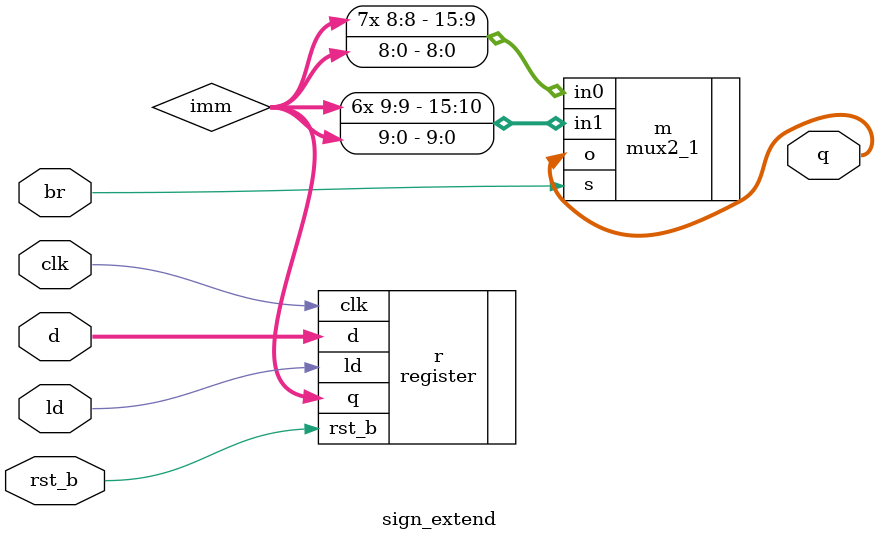
<source format=v>
module sign_extend(
	input clk, rst_b, ld, br,
	input [9:0] d,
	output [15:0] q
);
wire[9:0] imm;
register #(10) r(.clk(clk), .rst_b(rst_b), .ld(ld), .d(d), .q(imm));
mux2_1 #(16) m(.in0({imm[8],imm[8],imm[8],imm[8],imm[8],imm[8],imm[8],imm[8:0]}),
	 .in1({imm[9],imm[9],imm[9],imm[9],imm[9],imm[9],imm[9:0]}), .s(br), .o(q));
endmodule
</source>
